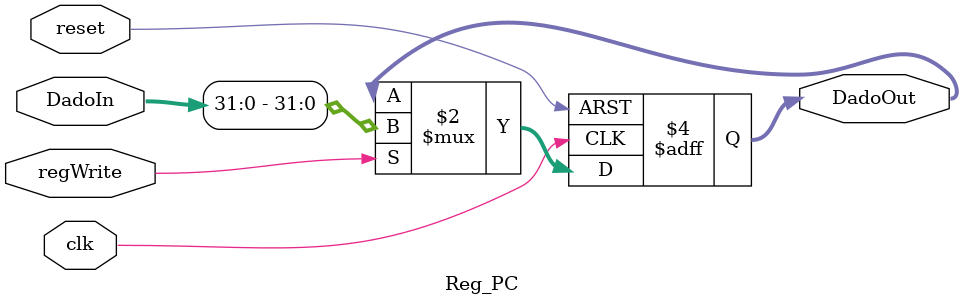
<source format=sv>
module Reg_PC(
            input clk,
            input reset,
            input regWrite,
            input logic [64-1:0] DadoIn,
            output logic [32-1:0] DadoOut
        );

always_ff @(posedge clk or posedge reset)
begin	
	if(reset)
		DadoOut <= 32'd0;
	else
	begin
		if (regWrite) begin
		    DadoOut[31:0] <= DadoIn[31:0];
		end
	end		
end
endmodule 

</source>
